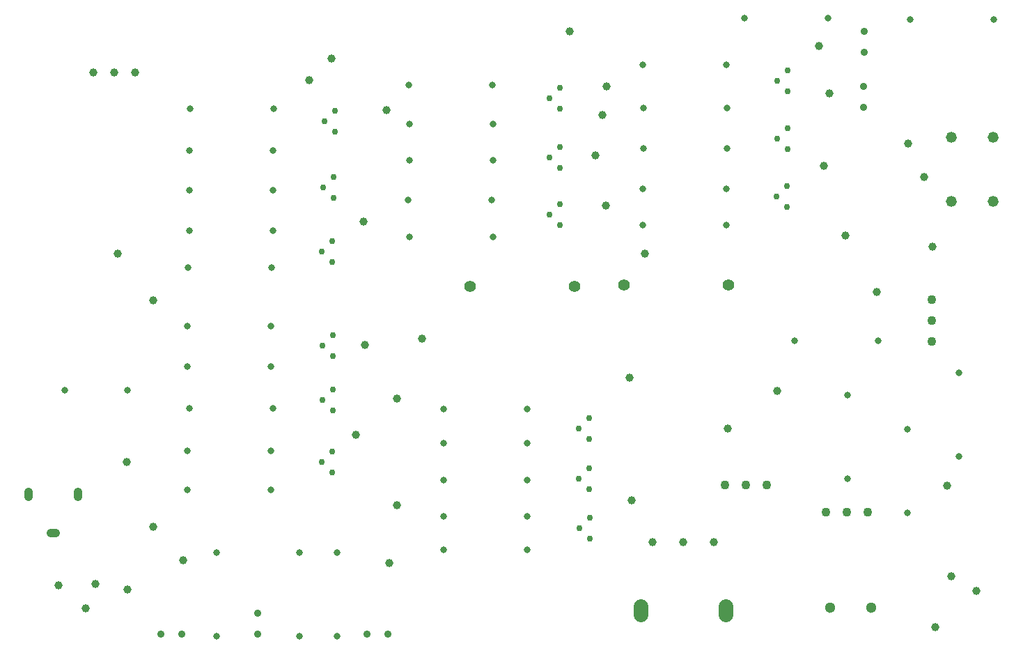
<source format=gbr>
%TF.GenerationSoftware,KiCad,Pcbnew,8.0.8*%
%TF.CreationDate,2025-08-16T08:58:07-04:00*%
%TF.ProjectId,multimeter,6d756c74-696d-4657-9465-722e6b696361,rev?*%
%TF.SameCoordinates,Original*%
%TF.FileFunction,Plated,1,2,PTH,Mixed*%
%TF.FilePolarity,Positive*%
%FSLAX46Y46*%
G04 Gerber Fmt 4.6, Leading zero omitted, Abs format (unit mm)*
G04 Created by KiCad (PCBNEW 8.0.8) date 2025-08-16 08:58:07*
%MOMM*%
%LPD*%
G01*
G04 APERTURE LIST*
%TA.AperFunction,ComponentDrill*%
%ADD10C,0.750000*%
%TD*%
%TA.AperFunction,ComponentDrill*%
%ADD11C,0.800000*%
%TD*%
%TA.AperFunction,ComponentDrill*%
%ADD12C,0.900000*%
%TD*%
%TA.AperFunction,ViaDrill*%
%ADD13C,1.000000*%
%TD*%
G04 aperture for slot hole*
%TA.AperFunction,ComponentDrill*%
%ADD14C,1.000000*%
%TD*%
%TA.AperFunction,ComponentDrill*%
%ADD15C,1.000000*%
%TD*%
%TA.AperFunction,ComponentDrill*%
%ADD16C,1.100000*%
%TD*%
%TA.AperFunction,ComponentDrill*%
%ADD17C,1.300000*%
%TD*%
%TA.AperFunction,ComponentDrill*%
%ADD18C,1.320800*%
%TD*%
%TA.AperFunction,ComponentDrill*%
%ADD19C,1.400000*%
%TD*%
G04 aperture for slot hole*
%TA.AperFunction,ComponentDrill*%
%ADD20C,1.800000*%
%TD*%
G04 APERTURE END LIST*
D10*
%TO.C,Q23*%
X43310000Y26150000D03*
%TO.C,Q19*%
X43320000Y51680000D03*
%TO.C,Q22*%
X43410000Y40250000D03*
%TO.C,Q20*%
X43410000Y33650000D03*
%TO.C,Q17*%
X43520000Y59480000D03*
%TO.C,Q18*%
X43690000Y67510000D03*
%TO.C,Q23*%
X44580000Y27420000D03*
X44580000Y24880000D03*
%TO.C,Q19*%
X44590000Y52950000D03*
X44590000Y50410000D03*
%TO.C,Q22*%
X44680000Y41520000D03*
X44680000Y38980000D03*
%TO.C,Q20*%
X44680000Y34920000D03*
X44680000Y32380000D03*
%TO.C,Q17*%
X44790000Y60750000D03*
X44790000Y58210000D03*
%TO.C,Q18*%
X44960000Y68780000D03*
X44960000Y66240000D03*
%TO.C,Q24*%
X70980000Y63120000D03*
%TO.C,Q26*%
X70980000Y56220000D03*
%TO.C,Q25*%
X71050000Y70350000D03*
%TO.C,Q24*%
X72250000Y64390000D03*
X72250000Y61850000D03*
%TO.C,Q26*%
X72250000Y57490000D03*
X72250000Y54950000D03*
%TO.C,Q25*%
X72320000Y71620000D03*
X72320000Y69080000D03*
%TO.C,Q31*%
X74580000Y30180000D03*
%TO.C,Q30*%
X74580000Y24120000D03*
%TO.C,Q32*%
X74680000Y18120000D03*
%TO.C,Q31*%
X75850000Y31450000D03*
X75850000Y28910000D03*
%TO.C,Q30*%
X75850000Y25390000D03*
X75850000Y22850000D03*
%TO.C,Q32*%
X75950000Y19390000D03*
X75950000Y16850000D03*
%TO.C,Q29*%
X98650000Y58350000D03*
%TO.C,Q28*%
X98680000Y72420000D03*
%TO.C,Q27*%
X98680000Y65420000D03*
%TO.C,Q29*%
X99920000Y59620000D03*
X99920000Y57080000D03*
%TO.C,Q28*%
X99950000Y73690000D03*
X99950000Y71150000D03*
%TO.C,Q27*%
X99950000Y66690000D03*
X99950000Y64150000D03*
D11*
%TO.C,SW3*%
X12085000Y34850000D03*
X19705000Y34850000D03*
%TO.C,R11*%
X27010000Y42650000D03*
%TO.C,R10*%
X27010000Y37750000D03*
%TO.C,R3*%
X27030000Y27450000D03*
%TO.C,R13*%
X27030000Y22750000D03*
%TO.C,R9*%
X27110000Y49750000D03*
%TO.C,R1*%
X27210000Y63950000D03*
%TO.C,R7*%
X27210000Y59150000D03*
%TO.C,R4*%
X27210000Y54250000D03*
%TO.C,R12*%
X27210000Y32650000D03*
%TO.C,R8*%
X27290000Y69050000D03*
%TO.C,R15*%
X30550000Y15130000D03*
X30550000Y4970000D03*
%TO.C,R11*%
X37170000Y42650000D03*
%TO.C,R10*%
X37170000Y37750000D03*
%TO.C,R3*%
X37190000Y27450000D03*
%TO.C,R13*%
X37190000Y22750000D03*
%TO.C,R9*%
X37270000Y49750000D03*
%TO.C,R1*%
X37370000Y63950000D03*
%TO.C,R7*%
X37370000Y59150000D03*
%TO.C,R4*%
X37370000Y54250000D03*
%TO.C,R12*%
X37370000Y32650000D03*
%TO.C,R8*%
X37450000Y69050000D03*
%TO.C,R14*%
X40650000Y15130000D03*
X40650000Y4970000D03*
%TO.C,R28*%
X45210000Y15150000D03*
X45210000Y4990000D03*
%TO.C,R5*%
X53870000Y57950000D03*
%TO.C,R17*%
X53950000Y71950000D03*
%TO.C,R16*%
X53970000Y67150000D03*
%TO.C,R18*%
X53970000Y62750000D03*
%TO.C,R19*%
X53970000Y53450000D03*
%TO.C,R25*%
X58150000Y32550000D03*
%TO.C,R26*%
X58150000Y23950000D03*
%TO.C,R24*%
X58170000Y28450000D03*
%TO.C,R33*%
X58170000Y19550000D03*
%TO.C,R27*%
X58170000Y15450000D03*
%TO.C,R5*%
X64030000Y57950000D03*
%TO.C,R17*%
X64110000Y71950000D03*
%TO.C,R16*%
X64130000Y67150000D03*
%TO.C,R18*%
X64130000Y62750000D03*
%TO.C,R19*%
X64130000Y53450000D03*
%TO.C,R25*%
X68310000Y32550000D03*
%TO.C,R26*%
X68310000Y23950000D03*
%TO.C,R24*%
X68330000Y28450000D03*
%TO.C,R33*%
X68330000Y19550000D03*
%TO.C,R27*%
X68330000Y15450000D03*
%TO.C,R21*%
X82350000Y74350000D03*
%TO.C,R6*%
X82370000Y59350000D03*
%TO.C,R23*%
X82370000Y54950000D03*
%TO.C,R20*%
X82450000Y69150000D03*
%TO.C,R22*%
X82470000Y64250000D03*
%TO.C,R21*%
X92510000Y74350000D03*
%TO.C,R6*%
X92530000Y59350000D03*
%TO.C,R23*%
X92530000Y54950000D03*
%TO.C,R20*%
X92610000Y69150000D03*
%TO.C,R22*%
X92630000Y64250000D03*
%TO.C,R30*%
X94750000Y80020000D03*
%TO.C,R32*%
X100790000Y40850000D03*
%TO.C,R30*%
X104910000Y80020000D03*
%TO.C,R29*%
X107270000Y34230000D03*
X107270000Y24070000D03*
%TO.C,R32*%
X110950000Y40850000D03*
%TO.C,R31*%
X114570000Y30130000D03*
X114570000Y19970000D03*
%TO.C,R34*%
X114850000Y79920000D03*
%TO.C,R2*%
X120810000Y36990000D03*
X120810000Y26830000D03*
%TO.C,R34*%
X125010000Y79920000D03*
D12*
%TO.C,D4*%
X23810000Y5250000D03*
X26350000Y5250000D03*
%TO.C,D3*%
X35550000Y7720000D03*
X35550000Y5180000D03*
%TO.C,D5*%
X48860000Y5220000D03*
X51400000Y5220000D03*
%TO.C,D2*%
X109230000Y71790000D03*
X109230000Y69250000D03*
%TO.C,D1*%
X109330000Y78460000D03*
X109330000Y75920000D03*
%TD*%
D13*
X11350000Y11150000D03*
X14650000Y8350000D03*
X15850000Y11350000D03*
X18550000Y51450000D03*
X19650000Y26150000D03*
X19750000Y10650000D03*
X22850000Y45750000D03*
X22850000Y18250000D03*
X26450000Y14150000D03*
X41850000Y72550000D03*
X44550000Y75150000D03*
X47450000Y29450000D03*
X48450000Y55350000D03*
X48550000Y40350000D03*
X51250000Y68850000D03*
X51550000Y13850000D03*
X52450000Y33850000D03*
X52450000Y20850000D03*
X55550000Y41150000D03*
X73450000Y78450000D03*
X76650000Y63350000D03*
X77450000Y68250000D03*
X77850000Y57250000D03*
X77950000Y71750000D03*
X80750000Y36350000D03*
X81050000Y21450000D03*
X82630000Y51450000D03*
X92730000Y30220000D03*
X98730000Y34720000D03*
X103750000Y76650000D03*
X104350000Y62150000D03*
X105030000Y70920000D03*
X107030000Y53620000D03*
X110830000Y46820000D03*
X114630000Y64820000D03*
X116530000Y60720000D03*
X117580000Y52270000D03*
X117950000Y6050000D03*
X119350000Y23250000D03*
X119850000Y12250000D03*
X122950000Y10450000D03*
D14*
%TO.C,J5*%
X7680000Y22470000D02*
X7680000Y21870000D01*
X10980000Y17470000D02*
X10380000Y17470000D01*
X13680000Y22470000D02*
X13680000Y21870000D01*
D15*
%TO.C,SW4*%
X15530000Y73420000D03*
X18070000Y73420000D03*
X20610000Y73420000D03*
%TO.C,A_Calib.*%
X83530000Y16420000D03*
X87280000Y16420000D03*
X91030000Y16420000D03*
D16*
%TO.C,Q1*%
X92390000Y23325000D03*
X94930000Y23325000D03*
X97470000Y23325000D03*
%TO.C,Q33*%
X104670000Y20010000D03*
X107210000Y20010000D03*
X109750000Y20010000D03*
%TO.C,Q34*%
X117470000Y45890000D03*
X117470000Y43350000D03*
X117470000Y40810000D03*
D17*
%TO.C,J1*%
X105130000Y8420000D03*
X110130000Y8420000D03*
D18*
%TO.C,J2*%
X119890000Y65620000D03*
%TO.C,J4*%
X119890000Y57820000D03*
%TO.C,J2*%
X124970000Y65620000D03*
%TO.C,J4*%
X124970000Y57820000D03*
D19*
%TO.C,D6*%
X61400000Y47450000D03*
X74100000Y47450000D03*
%TO.C,D7*%
X80100000Y47650000D03*
X92800000Y47650000D03*
D20*
%TO.C,A_Calib.*%
X82080000Y8595000D02*
X82080000Y7595000D01*
X92480000Y8595000D02*
X92480000Y7595000D01*
M02*

</source>
